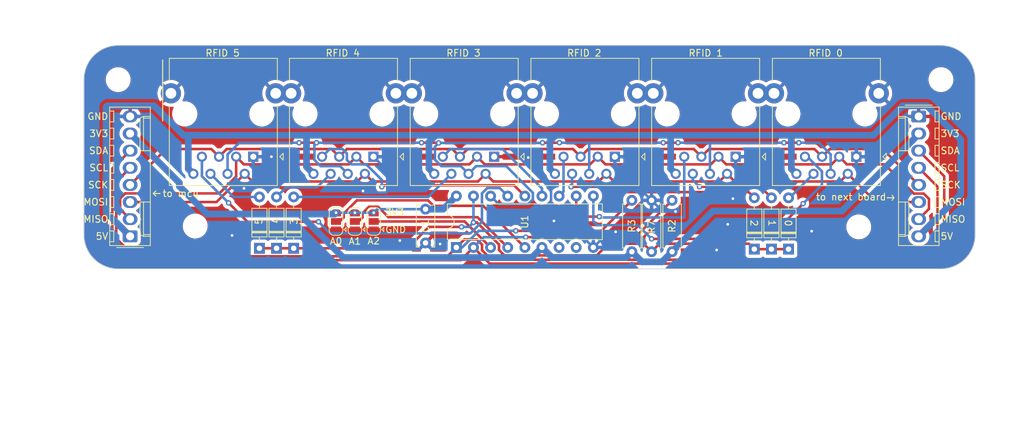
<source format=kicad_pcb>
(kicad_pcb (version 20221018) (generator pcbnew)
  (layers (0 "F.Cu" signal) (31 "B.Cu" signal) (34 "B.Paste" user) (35 "F.Paste" user) (36 "B.SilkS" user "B.Silkscreen") (37 "F.SilkS" user "F.Silkscreen") (38 "B.Mask" user) (39 "F.Mask" user) (44 "Edge.Cuts" user))
  (net 0 "")
  (net 1 "GND")
  (net 2 "3V3")
  (net 3 "BUSY")
  (net 4 "Net-(D1-A)")
  (net 5 "Net-(D2-A)")
  (net 6 "Net-(D3-A)")
  (net 7 "Net-(D4-A)")
  (net 8 "Net-(D5-A)")
  (net 9 "Net-(D6-A)")
  (net 10 "MOSI")
  (net 11 "MISO")
  (net 12 "RST")
  (net 13 "SCK")
  (net 14 "NSS1")
  (net 15 "5V")
  (net 16 "NSS2")
  (net 17 "NSS0")
  (net 18 "NSS3")
  (net 19 "NSS4")
  (net 20 "NSS5")
  (net 21 "SCL")
  (net 22 "SDA")
  (net 23 "Net-(JP1-C)")
  (net 24 "Net-(JP3-C)")
  (net 27 "Net-(JP2-C)")
  (footprint "Connector_RJ:RJ45_Ninigi_GE" (layer "F.Cu") (at 162.329 91.315 180)
    (fp_text reference "J2" hide)
    (fp_text value "RFID 2")
  )
  (footprint "MountingHole:MountingHole_3.2mm_M3" (layer "F.Cu") (at 198.501 101.727)
    (fp_text reference "H3" hide)
    (fp_text value "MountingHole")
  )
  (footprint "Connector_RJ:RJ45_Ninigi_GE" (layer "F.Cu") (at 126.515 91.315 180)
    (fp_text reference "J5" hide)
    (fp_text value "RFID 4")
  )
  (footprint "MountingHole:MountingHole_3.2mm_M3" (layer "F.Cu") (at 88.646 79.883)
    (fp_text reference "H1" hide)
    (fp_text value "MountingHole" hide)
  )
  (footprint "Jumper:SolderJumper-3_P1.3mm_Open_RoundedPad1.0x1.5mm" (layer "F.Cu") (at 120.961 100.922 90)
    (fp_text reference "JP1" hide)
    (fp_text value "A0")
  )
  (footprint "Package_DIP:DIP-18_W7.62mm" (layer "F.Cu") (at 138.811 104.775 90)
    (fp_text reference "U1")
    (fp_text value "MCP23008-xP")
  )
  (footprint "Diode_THT:D_DO-35_SOD27_P7.62mm_Horizontal" (layer "F.Cu") (at 114.681 104.902 90)
    (fp_text reference "D4" hide)
    (fp_text value "1N914")
  )
  (footprint "Connector_Molex:Molex_KK-254_AE-6410-08A_1x08_P2.54mm_Vertical" (layer "F.Cu") (at 207.391 85.344 -90)
    (fp_text reference "J8" hide)
    (fp_text value "to next board")
  )
  (footprint "Diode_THT:D_DO-35_SOD27_P7.62mm_Horizontal" (layer "F.Cu") (at 185.547 105.029 90)
    (fp_text reference "D1" hide)
    (fp_text value "1N914" hide)
  )
  (footprint "MountingHole:MountingHole_3.2mm_M3" (layer "F.Cu") (at 210.693 79.883)
    (fp_text reference "H2" hide)
    (fp_text value "MountingHole" hide)
  )
  (footprint "Resistor_THT:R_Axial_DIN0207_L6.3mm_D2.5mm_P7.62mm_Horizontal" (layer "F.Cu") (at 170.815 105.41 90)
    (fp_text reference "R2")
    (fp_text value "4.7k")
  )
  (footprint "Jumper:SolderJumper-3_P1.3mm_Open_RoundedPad1.0x1.5mm" (layer "F.Cu") (at 126.549 100.922 90)
    (fp_text reference "JP3" hide)
    (fp_text value "A2")
  )
  (footprint "Connector_RJ:RJ45_Ninigi_GE" (layer "F.Cu") (at 108.689 91.315 180)
    (fp_text reference "J6" hide)
    (fp_text value "RFID 5")
  )
  (footprint "Connector_RJ:RJ45_Ninigi_GE" (layer "F.Cu") (at 198.143 91.315 180)
    (fp_text reference "J3" hide)
    (fp_text value "RFID 0")
  )
  (footprint "Diode_THT:D_DO-35_SOD27_P7.62mm_Horizontal" (layer "F.Cu") (at 183.007 105.029 90)
    (fp_text reference "D2" hide)
    (fp_text value "1N914" hide)
  )
  (footprint "Capacitor_THT:C_Disc_D6.0mm_W2.5mm_P5.00mm" (layer "F.Cu") (at 134.239 104.1 90)
    (fp_text reference "C1")
    (fp_text value "100nf")
  )
  (footprint "Diode_THT:D_DO-35_SOD27_P7.62mm_Horizontal" (layer "F.Cu") (at 188.087 105.029 90)
    (fp_text reference "D3" hide)
    (fp_text value "1N914" hide)
  )
  (footprint "Connector_Molex:Molex_KK-254_AE-6410-08A_1x08_P2.54mm_Vertical" (layer "F.Cu") (at 90.424 103.124 90)
    (fp_text reference "J7" hide)
    (fp_text value "to mcu")
  )
  (footprint "Jumper:SolderJumper-3_P1.3mm_Open_RoundedPad1.0x1.5mm" (layer "F.Cu") (at 123.755 100.922 90)
    (fp_text reference "JP2" hide)
    (fp_text value "A1")
  )
  (footprint "Diode_THT:D_DO-35_SOD27_P7.62mm_Horizontal" (layer "F.Cu") (at 109.601 104.902 90)
    (fp_text reference "D6" hide)
    (fp_text value "1N914")
  )
  (footprint "Resistor_THT:R_Axial_DIN0207_L6.3mm_D2.5mm_P7.62mm_Horizontal" (layer "F.Cu") (at 164.846 105.41 90)
    (fp_text reference "R3")
    (fp_text value "4.7k")
  )
  (footprint "Resistor_THT:R_Axial_DIN0207_L6.3mm_D2.5mm_P7.62mm_Horizontal" (layer "F.Cu") (at 167.767 105.41 90)
    (fp_text reference "R7")
    (fp_text value "4.7k")
  )
  (footprint "Diode_THT:D_DO-35_SOD27_P7.62mm_Horizontal" (layer "F.Cu") (at 112.141 104.902 90)
    (fp_text reference "D5" hide)
    (fp_text value "1N914")
  )
  (footprint "Connector_RJ:RJ45_Ninigi_GE" (layer "F.Cu") (at 144.422 91.315 180)
    (fp_text reference "J4" hide)
    (fp_text value "RFID 3")
  )
  (footprint "MountingHole:MountingHole_3.2mm_M3" (layer "F.Cu") (at 100.076 101.6)
    (fp_text reference "H4" hide)
    (fp_text value "MountingHole" hide)
  )
  (footprint "Connector_RJ:RJ45_Ninigi_GE" (layer "F.Cu") (at 180.236 91.315 180)
    (fp_text reference "J1" hide)
    (fp_text value "RFID 1")
  )
  (gr_line (start 202.692 97.409) (end 203.708 97.409) (stroke (width 0.15)) (layer "F.SilkS"))
  (gr_line (start 94.869 96.774) (end 93.853 96.774) (stroke (width 0.15)) (layer "F.SilkS"))
  (gr_line (start 203.708 97.409) (end 203.454 97.028) (stroke (width 0.15)) (layer "F.SilkS"))
  (gr_line (start 93.853 96.774) (end 94.234 97.155) (stroke (width 0.15)) (layer "F.SilkS"))
  (gr_line (start 95.25 76.962) (end 95.25 86.0425) (stroke (width 0.15)) (layer "F.SilkS"))
  (gr_line (start 203.708 97.409) (end 203.454 97.79) (stroke (width 0.15)) (layer "F.SilkS"))
  (gr_line (start 93.853 96.774) (end 94.234 96.393) (stroke (width 0.15)) (layer "F.SilkS"))
  (gr_line (start 210.693 107.95) (end 88.646 107.95) (stroke (width 0.1)) (layer "Edge.Cuts"))
  (gr_line (start 83.566 79.883) (end 83.566 102.87) (stroke (width 0.1)) (layer "Edge.Cuts"))
  (gr_line (start 88.646 74.803) (end 210.693 74.803) (stroke (width 0.1)) (layer "Edge.Cuts"))
  (gr_line (start 215.773 79.883) (end 215.773 102.87) (stroke (width 0.1)) (layer "Edge.Cuts"))
  (gr_arc (start 210.693 74.803) (mid 214.285102 76.290898) (end 215.773 79.883) (stroke (width 0.1)) (layer "Edge.Cuts"))
  (gr_arc (start 83.566 79.883) (mid 85.053898 76.290898) (end 88.646 74.803) (stroke (width 0.1)) (layer "Edge.Cuts"))
  (gr_arc (start 88.646 107.95) (mid 85.053898 106.462102) (end 83.566 102.87) (stroke (width 0.1)) (layer "Edge.Cuts"))
  (gr_arc (start 215.773 102.87) (mid 214.285102 106.462102) (end 210.693 107.95) (stroke (width 0.1)) (layer "Edge.Cuts"))
  (gr_text "3V3" (at 210.566 87.884) (layer "F.SilkS") (effects (font (size 1 1)) (justify left)))
  (gr_text "5V" (at 87.249 103.124) (layer "F.SilkS") (effects (font (size 1 1)) (justify right)))
  (gr_text "MOSI" (at 87.249 98.044) (layer "F.SilkS") (effects (font (size 1 1)) (justify right)))
  (gr_text "3V3" (at 128.19 100.17) (layer "F.SilkS") (effects (font (size 1 1)) (justify left bottom)))
  (gr_text "MISO" (at 87.249 100.584) (layer "F.SilkS") (effects (font (size 1 1)) (justify right)))
  (gr_text "GND" (at 210.566 85.344) (layer "F.SilkS") (effects (font (size 1 1)) (justify left)))
  (gr_text "SDA" (at 87.249 90.424) (layer "F.SilkS") (effects (font (size 1 1)) (justify right)))
  (gr_text "5V" (at 210.566 103.124) (layer "F.SilkS") (effects (font (size 1 1)) (justify left)))
  (gr_text "5" (at 110.109 101.473 90) (layer "F.SilkS") (effects (font (size 1 1)) (justify left bottom)))
  (gr_text "GND" (at 87.249 85.344) (layer "F.SilkS") (effects (font (size 1 1)) (justify right)))
  (gr_text "4" (at 112.649 101.346 90) (layer "F.SilkS") (effects (font (size 1 1)) (justify left bottom)))
  (gr_text "SCK" (at 210.566 95.504) (layer "F.SilkS") (effects (font (size 1 1)) (justify left)))
  (gr_text "0" (at 187.452 100.584 -90) (layer "F.SilkS") (effects (font (size 1 1)) (justify left bottom)))
  (gr_text "1" (at 185.039 100.584 -90) (layer "F.SilkS") (effects (font (size 1 1)) (justify left bottom)))
  (gr_text "SCK" (at 87.249 95.504) (layer "F.SilkS") (effects (font (size 1 1)) (justify right)))
  (gr_text "GND" (at 128.19 102.71) (layer "F.SilkS") (effects (font (size 1 1)) (justify left bottom)))
  (gr_text "MISO" (at 210.566 100.584) (layer "F.SilkS") (effects (font (size 1 1)) (justify left)))
  (gr_text "SDA" (at 210.566 90.424) (layer "F.SilkS") (effects (font (size 1 1)) (justify left)))
  (gr_text "SCL" (at 87.249 92.964) (layer "F.SilkS") (effects (font (size 1 1)) (justify right)))
  (gr_text "2" (at 182.372 100.584 -90) (layer "F.SilkS") (effects (font (size 1 1)) (justify left bottom)))
  (gr_text "MOSI" (at 210.566 98.044) (layer "F.SilkS") (effects (font (size 1 1)) (justify left)))
  (gr_text "SCL" (at 210.566 92.964) (layer "F.SilkS") (effects (font (size 1 1)) (justify left)))
  (gr_text "3" (at 115.316 101.473 90) (layer "F.SilkS") (effects (font (size 1 1)) (justify left bottom)))
  (gr_text "3V3" (at 87.249 87.884) (layer "F.SilkS") (effects (font (size 1 1)) (justify right)))
  (segment (start 166.525379 97.79) (end 167.767 97.79) (width 0.375) (layer "F.Cu") (net 1))
  (segment (start 149.354 91.315) (end 149.479 91.44) (width 0.375) (layer "F.Cu") (net 1))
  (segment (start 162.433 101.882379) (end 166.525379 97.79) (width 0.375) (layer "F.Cu") (net 1))
  (segment (start 171.323 99.441) (end 173.228 97.536) (width 0.375) (layer "F.Cu") (net 1))
  (segment (start 144.422 91.315) (end 149.354 91.315) (width 0.375) (layer "F.Cu") (net 1))
  (segment (start 162.433 102.464) (end 162.433 101.882379) (width 0.375) (layer "F.Cu") (net 1))
  (segment (start 173.228 97.536) (end 179.832 97.536) (width 0.375) (layer "F.Cu") (net 1))
  (via (at 136.398 104.267) (size 0.8) (drill 0.4) (layers "F.Cu" "B.Cu") (net 1))
  (via (at 171.323 99.441) (size 0.8) (drill 0.4) (layers "F.Cu" "B.Cu") (net 1))
  (via (at 107.315 96.012) (size 0.8) (drill 0.4) (layers "F.Cu" "B.Cu") (net 1))
  (via (at 149.479 91.44) (size 0.8) (drill 0.4) (layers "F.Cu" "B.Cu") (net 1))
  (via (at 191.516 102.362) (size 0.8) (drill 0.4) (layers "F.Cu" "B.Cu") (net 1))
  (via (at 105.537 102.997) (size 0.8) (drill 0.4) (layers "F.Cu" "B.Cu") (net 1))
  (via (at 177.419 105.156) (size 0.8) (drill 0.4) (layers "F.Cu" "B.Cu") (net 1))
  (via (at 162.433 102.464) (size 0.8) (drill 0.4) (layers "F.Cu" "B.Cu") (net 1))
  (via (at 179.832 97.536) (size 0.8) (drill 0.4) (layers "F.Cu" "B.Cu") (net 1))
  (via (at 124.968 96.393) (size 0.8) (drill 0.4) (layers "F.Cu" "B.Cu") (net 1))
  (via (at 153.289 100.838) (size 0.8) (drill 0.4) (layers "F.Cu" "B.Cu") (net 1))
  (via (at 130.429 103.759) (size 0.8) (drill 0.4) (layers "F.Cu" "B.Cu") (net 1))
  (via (at 111.379 91.313) (size 0.8) (drill 0.4) (layers "F.Cu" "B.Cu") (net 1))
  (via (at 179.07 101.346) (size 0.8) (drill 0.4) (layers "F.Cu" "B.Cu") (net 1))
  (segment (start 152.8635 95.967501) (end 152.8635 98.5075) (width 0.375) (layer "B.Cu") (net 1))
  (segment (start 180.236 97.132) (end 180.236 91.315) (width 0.375) (layer "B.Cu") (net 1))
  (segment (start 162.329 92.352) (end 167.767 97.79) (width 0.375) (layer "B.Cu") (net 1))
  (segment (start 179.832 97.536) (end 180.236 97.132) (width 0.375) (layer "B.Cu") (net 1))
  (segment (start 128.5495 96.4875) (end 128.39 96.647) (width 0.375) (layer "B.Cu") (net 1))
  (segment (start 125.222 96.647) (end 124.968 96.393) (width 0.375) (layer "B.Cu") (net 1))
  (segment (start 108.689 94.638) (end 107.315 96.012) (width 0.375) (layer "B.Cu") (net 1))
  (segment (start 128.5495 93.3495) (end 128.5495 96.4875) (width 0.375) (layer "B.Cu") (net 1))
  (segment (start 126.515 91.315) (end 128.5495 93.3495) (width 0.375) (layer "B.Cu") (net 1))
  (segment (start 128.39 96.647) (end 125.222 96.647) (width 0.375) (layer "B.Cu") (net 1))
  (segment (start 162.329 91.315) (end 162.329 92.352) (width 0.375) (layer "B.Cu") (net 1))
  (segment (start 149.479 92.583001) (end 152.8635 95.967501) (width 0.375) (layer "B.Cu") (net 1))
  (segment (start 167.767 97.79) (end 169.418 99.441) (width 0.375) (layer "B.Cu") (net 1))
  (segment (start 149.479 91.44) (end 149.479 92.583001) (width 0.375) (layer "B.Cu") (net 1))
  (segment (start 108.689 91.315) (end 108.689 94.638) (width 0.375) (layer "B.Cu") (net 1))
  (segment (start 159.131 104.775) (end 161.442 102.464) (width 0.375) (layer "B.Cu") (net 1))
  (segment (start 152.8635 98.5075) (end 159.131 104.775) (width 0.375) (layer "B.Cu") (net 1))
  (segment (start 161.442 102.464) (end 162.433 102.464) (width 0.375) (layer "B.Cu") (net 1))
  (segment (start 169.418 99.441) (end 171.323 99.441) (width 0.375) (layer "B.Cu") (net 1))
  (via (at 123.755 99.622) (size 0.8) (drill 0.4) (layers "F.Cu" "B.Cu") (net 2))
  (via (at 120.961 99.622) (size 0.8) (drill 0.4) (layers "F.Cu" "B.Cu") (net 2))
  (via (at 126.549 99.622) (size 0.8) (drill 0.4) (layers "F.Cu" "B.Cu") (net 2))
  (segment (start 163.981 106.275) (end 164.846 105.41) (width 1) (layer "B.Cu") (net 2))
  (segment (start 97.726 95.186) (end 97.726 95.694) (width 1) (layer "B.Cu") (net 2))
  (segment (start 90.424 87.884) (end 97.726 95.186) (width 1) (layer "B.Cu") (net 2))
  (segment (start 150.011 106.275) (end 151.511 104.775) (width 1) (layer "B.Cu") (net 2))
  (segment (start 127.071 99.1) (end 126.549 99.622) (width 0.375) (layer "B.Cu") (net 2))
  (segment (start 195.992685 99.377) (end 207.391 87.978685) (width 1) (layer "B.Cu") (net 2))
  (segment (start 166.346 106.91) (end 169.315 106.91) (width 1) (layer "B.Cu") (net 2))
  (segment (start 123.755 99.622) (end 120.961 99.622) (width 0.375) (layer "B.Cu") (net 2))
  (segment (start 115.57 99.822) (end 122.023 106.275) (width 1) (layer "B.Cu") (net 2))
  (segment (start 153.011 106.275) (end 163.981 106.275) (width 1) (layer "B.Cu") (net 2))
  (segment (start 176.848 99.377) (end 195.992685 99.377) (width 1) (layer "B.Cu") (net 2))
  (segment (start 151.511 104.775) (end 153.011 106.275) (width 1) (layer "B.Cu") (net 2))
  (segment (start 207.391 87.978685) (end 207.391 87.884) (width 1) (layer "B.Cu") (net 2))
  (segment (start 136.866 99.1) (end 134.239 99.1) (width 1) (layer "B.Cu") (net 2))
  (segment (start 164.846 105.41) (end 166.346 106.91) (width 1) (layer "B.Cu") (net 2))
  (segment (start 120.761 99.822) (end 120.961 99.622) (width 1) (layer "B.Cu") (net 2))
  (segment (start 122.023 106.275) (end 150.011 106.275) (width 1) (layer "B.Cu") (net 2))
  (segment (start 169.315 106.91) (end 170.815 105.41) (width 1) (layer "B.Cu") (net 2))
  (segment (start 138.811 97.155) (end 136.866 99.1) (width 1) (layer "B.Cu") (net 2))
  (segment (start 97.726 95.694) (end 101.854 99.822) (width 1) (layer "B.Cu") (net 2))
  (segment (start 101.854 99.822) (end 115.57 99.822) (width 1) (layer "B.Cu") (net 2))
  (segment (start 115.57 99.822) (end 120.761 99.822) (width 1) (layer "B.Cu") (net 2))
  (segment (start 134.239 99.1) (end 127.071 99.1) (width 0.375) (layer "B.Cu") (net 2))
  (segment (start 126.549 99.622) (end 123.755 99.622) (width 0.375) (layer "B.Cu") (net 2))
  (segment (start 170.815 105.41) (end 176.848 99.377) (width 1) (layer "B.Cu") (net 2))
  (segment (start 114.681 104.902) (end 131.572 104.902) (width 0.375) (layer "F.Cu") (net 3))
  (segment (start 185.547 105.029) (end 183.007 105.029) (width 0.375) (layer "F.Cu") (net 3))
  (segment (start 141.869879 101.0745) (end 145.135414 104.340035) (width 0.375) (layer "F.Cu") (net 3))
  (segment (start 183.007 105.029) (end 182.2005 104.2225) (width 0.375) (layer "F.Cu") (net 3))
  (segment (start 182.2005 104.2225) (end 168.9545 104.2225) (width 0.375) (layer "F.Cu") (net 3))
  (segment (start 159.622879 105.9625) (end 161.362879 104.2225) (width 0.375) (layer "F.Cu") (net 3))
  (segment (start 145.135414 105.158793) (end 145.939121 105.9625) (width 0.375) (layer "F.Cu") (net 3))
  (segment (start 188.087 105.029) (end 185.547 105.029) (width 0.375) (layer "F.Cu") (net 3))
  (segment (start 166.5795 104.2225) (end 167.767 105.41) (width 0.375) (layer "F.Cu") (net 3))
  (segment (start 134.747 101.727) (end 139.573 101.727) (width 0.375) (layer "F.Cu") (net 3))
  (segment (start 168.9545 104.2225) (end 167.767 105.41) (width 0.375) (layer "F.Cu") (net 3))
  (segment (start 161.362879 104.2225) (end 166.5795 104.2225) (width 0.375) (layer "F.Cu") (net 3))
  (segment (start 109.601 104.902) (end 112.141 104.902) (width 0.375) (layer "F.Cu") (net 3))
  (segment (start 145.939121 105.9625) (end 159.622879 105.9625) (width 0.375) (layer "F.Cu") (net 3))
  (segment (start 141.351 101.0745) (end 141.869879 101.0745) (width 0.375) (layer "F.Cu") (net 3))
  (segment (start 145.135414 104.340035) (end 145.135414 105.158793) (width 0.375) (layer "F.Cu") (net 3))
  (segment (start 131.572 104.902) (end 134.747 101.727) (width 0.375) (layer "F.Cu") (net 3))
  (segment (start 112.141 104.902) (end 114.681 104.902) (width 0.375) (layer "F.Cu") (net 3))
  (via (at 141.351 101.0745) (size 0.8) (drill 0.4) (layers "F.Cu" "B.Cu") (net 3))
  (via (at 139.573 101.727) (size 0.8) (drill 0.4) (layers "F.Cu" "B.Cu") (net 3))
  (segment (start 139.573 101.727) (end 140.6985 101.727) (width 0.375) (layer "B.Cu") (net 3))
  (segment (start 141.351 101.0745) (end 141.351 97.155) (width 0.375) (layer "B.Cu") (net 3))
  (segment (start 140.6985 101.727) (end 141.351 101.0745) (width 0.375) (layer "B.Cu") (net 3))
  (segment (start 183.9175 95.7795) (end 185.547 97.409) (width 0.375) (layer "F.Cu") (net 4))
  (segment (start 174.879 95.7795) (end 183.9175 95.7795) (width 0.375) (layer "F.Cu") (net 4))
  (via (at 174.879 95.7795) (size 0.8) (drill 0.4) (layers "F.Cu" "B.Cu") (net 4))
  (segment (start 173.886 93.855) (end 173.886 94.7865) (width 0.375) (layer "B.Cu") (net 4))
  (segment (start 173.886 94.7865) (end 174.879 95.7795) (width 0.375) (layer "B.Cu") (net 4))
  (segment (start 182.165 96.567) (end 183.007 97.409) (width 0.375) (layer "F.Cu") (net 5))
  (segment (start 160.1255 95.7795) (end 160.913 96.567) (width 0.375) (layer "F.Cu") (net 5))
  (segment (start 160.913 96.567) (end 182.165 96.567) (width 0.375) (layer "F.Cu") (net 5))
  (segment (start 155.829 95.7795) (end 160.1255 95.7795) (width 0.375) (layer "F.Cu") (net 5))
  (via (at 155.829 95.7795) (size 0.8) (drill 0.4) (layers "F.Cu" "B.Cu") (net 5))
  (segment (start 155.979 95.6295) (end 155.829 95.7795) (width 0.375) (layer "B.Cu") (net 5))
  (segment (start 155.979 93.855) (end 155.979 95.6295) (width 0.375) (layer "B.Cu") (net 5))
  (segment (start 188.239 97.409) (end 191.793 93.855) (width 0.375) (layer "B.Cu") (net 6))
  (segment (start 188.087 97.409) (end 188.239 97.409) (width 0.375) (layer "B.Cu") (net 6))
  (segment (start 134.645 97.282) (end 114.681 97.282) (width 0.375) (layer "B.Cu") (net 7))
  (segment (start 138.072 93.855) (end 134.645 97.282) (width 0.375) (layer "B.Cu") (net 7))
  (segment (start 118.135 95.885) (end 120.165 93.855) (width 0.375) (layer "B.Cu") (net 8))
  (segment (start 112.141 97.282) (end 113.538 95.885) (width 0.375) (layer "B.Cu") (net 8))
  (segment (start 113.538 95.885) (end 118.135 95.885) (width 0.375) (layer "B.Cu") (net 8))
  (segment (start 109.601 97.282) (end 105.766 97.282) (width 0.375) (layer "B.Cu") (net 9))
  (segment (start 105.766 97.282) (end 102.339 93.855) (width 0.375) (layer "B.Cu") (net 9))
  (segment (start 103.23 98.044) (end 107.419 93.855) (width 0.375) (layer "F.Cu") (net 10))
  (segment (start 159.9215 94.9925) (end 161.059 93.855) (width 0.375) (layer "F.Cu") (net 10))
  (segment (start 125.245 93.855) (end 126.3825 94.9925) (width 0.375) (layer "F.Cu") (net 10))
  (segment (start 108.5565 94.9925) (end 124.1075 94.9925) (width 0.375) (layer "F.Cu") (net 10))
  (segment (start 162.1965 94.9925) (end 177.8285 94.9925) (width 0.375) (layer "F.Cu") (net 10))
  (segment (start 207.391 98.044) (end 201.062 98.044) (width 0.375) (layer "F.Cu") (net 10))
  (segment (start 177.8285 94.9925) (end 178.966 93.855) (width 0.375) (layer "F.Cu") (net 10))
  (segment (start 143.152 93.855) (end 144.2895 94.9925) (width 0.375) (layer "F.Cu") (net 10))
  (segment (start 178.966 93.855) (end 180.1035 94.9925) (width 0.375) (layer "F.Cu") (net 10))
  (segment (start 126.3825 94.9925) (end 142.0145 94.9925) (width 0.375) (layer "F.Cu") (net 10))
  (segment (start 90.424 98.044) (end 103.23 98.044) (width 0.375) (layer "F.Cu") (net 10))
  (segment (start 107.419 93.855) (end 108.5565 94.9925) (width 0.375) (layer "F.Cu") (net 10))
  (segment (start 142.0145 94.9925) (end 143.152 93.855) (width 0.375) (layer "F.Cu") (net 10))
  (segment (start 144.2895 94.9925) (end 159.9215 94.9925) (width 0.375) (layer "F.Cu") (net 10))
  (segment (start 201.062 98.044) (end 196.873 93.855) (width 0.375) (layer "F.Cu") (net 10))
  (segment (start 180.1035 94.9925) (end 195.7355 94.9925) (width 0.375) (layer "F.Cu") (net 10))
  (segment (start 195.7355 94.9925) (end 196.873 93.855) (width 0.375) (layer "F.Cu") (net 10))
  (segment (start 161.059 93.855) (end 162.1965 94.9925) (width 0.375) (layer "F.Cu") (net 10))
  (segment (start 124.1075 94.9925) (end 125.245 93.855) (width 0.375) (layer "F.Cu") (net 10))
  (segment (start 195.603 91.315) (end 196.7405 92.4525) (width 0.375) (layer "F.Cu") (net 11))
  (segment (start 206.670126 96.7865) (end 208.136874 96.7865) (width 0.375) (layer "F.Cu") (net 11))
  (segment (start 141.882 91.315) (end 143.0195 92.4525) (width 0.375) (layer "F.Cu") (net 11))
  (segment (start 125.1125 92.4525) (end 140.7445 92.4525) (width 0.375) (layer "F.Cu") (net 11))
  (segment (start 176.5585 92.4525) (end 177.696 91.315) (width 0.375) (layer "F.Cu") (net 11))
  (segment (start 160.9265 92.4525) (end 176.5585 92.4525) (width 0.375) (layer "F.Cu") (net 11))
  (segment (start 177.696 91.315) (end 178.8335 92.4525) (width 0.375) (layer "F.Cu") (net 11))
  (segment (start 178.8335 92.4525) (end 194.4655 92.4525) (width 0.375) (layer "F.Cu") (net 11))
  (segment (start 103.6445 96.7615) (end 106.149 94.257) (width 0.375) (layer "F.Cu") (net 11))
  (segment (start 202.336126 92.4525) (end 206.670126 96.7865) (width 0.375) (layer "F.Cu") (net 11))
  (segment (start 122.8375 92.4525) (end 123.975 91.315) (width 0.375) (layer "F.Cu") (net 11))
  (segment (start 89.690626 96.7615) (end 103.6445 96.7615) (width 0.375) (layer "F.Cu") (net 11))
  (segment (start 208.136874 96.7865) (end 208.915 97.564626) (width 0.375) (layer "F.Cu") (net 11))
  (segment (start 158.6515 92.4525) (end 159.789 91.315) (width 0.375) (layer "F.Cu") (net 11))
  (segment (start 159.789 91.315) (end 160.9265 92.4525) (width 0.375) (layer "F.Cu") (net 11))
  (segment (start 106.149 91.315) (end 107.2865 92.4525) (width 0.375) (layer "F.Cu") (net 11))
  (segment (start 107.2865 92.4525) (end 122.8375 92.4525) (width 0.375) (layer "F.Cu") (net 11))
  (segment (start 88.9415 97.510626) (end 89.690626 96.7615) (width 0.375) (layer "F.Cu") (net 11))
  (segment (start 194.4655 92.4525) (end 195.603 91.315) (width 0.375) (layer "F.Cu") (net 11))
  (segment (start 123.975 91.315) (end 125.1125 92.4525) (width 0.375) (layer "F.Cu") (net 11))
  (segment (start 106.149 94.257) (end 106.149 91.315) (width 0.375) (layer "F.Cu") (net 11))
  (segment (start 90.424 100.584) (end 88.9415 99.1015) (width 0.375) (layer "F.Cu") (net 11))
  (segment (start 208.915 97.564626) (end 208.915 99.06) (width 0.375) (layer "F.Cu") (net 11))
  (segment (start 208.915 99.06) (end 207.391 100.584) (width 0.375) (layer "F.Cu") (net 11))
  (segment (start 196.7405 92.4525) (end 202.336126 92.4525) (width 0.375) (layer "F.Cu") (net 11))
  (segment (start 140.7445 92.4525) (end 141.882 91.315) (width 0.375) (layer "F.Cu") (net 11))
  (segment (start 143.0195 92.4525) (end 158.6515 92.4525) (width 0.375) (layer "F.Cu") (net 11))
  (segment (start 88.9415 99.1015) (end 88.9415 97.510626) (width 0.375) (layer "F.Cu") (net 11))
  (segment (start 187.4035 89.2375) (end 189.611 89.2375) (width 0.375) (layer "F.Cu") (net 12))
  (segment (start 169.4965 89.2375) (end 171.6955 89.2375) (width 0.375) (layer "F.Cu") (net 12))
  (segment (start 154.104092 89.242097) (end 154.108689 89.2375) (width 0.375) (layer "F.Cu") (net 12))
  (segment (start 136.144 89.2375) (end 136.181214 89.274714) (width 0.375) (layer "F.Cu") (net 12))
  (segment (start 133.649 89.2375) (end 136.144 89.2375) (width 0.375) (layer "F.Cu") (net 12))
  (segment (start 115.4865 89.2375) (end 118.061965 89.2375) (width 0.375) (layer "F.Cu") (net 12))
  (segment (start 151.5895 89.242097) (end 154.104092 89.242097) (width 0.375) (layer "F.Cu") (net 12))
  (via (at 187.4035 89.2375) (size 0.8) (drill 0.4) (layers "F.Cu" "B.Cu") (net 12))
  (via (at 136.181214 89.274714) (size 0.8) (drill 0.4) (layers "F.Cu" "B.Cu") (net 12))
  (via (at 189.611 89.2375) (size 0.8) (drill 0.4) (layers "F.Cu" "B.Cu") (net 12))
  (via (at 169.4965 89.2375) (size 0.8) (drill 0.4) (layers "F.Cu" "B.Cu") (net 12))
  (via (at 118.061965 89.2375) (size 0.8) (drill 0.4) (layers "F.Cu" "B.Cu") (net 12))
  (via (at 154.108689 89.2375) (size 0.8) (drill 0.4) (layers "F.Cu" "B.Cu") (net 12))
  (via (at 133.649 89.2375) (size 0.8) (drill 0.4) (layers "F.Cu" "B.Cu") (net 12))
  (via (at 115.4865 89.2375) (size 0.8) (drill 0.4) (layers "F.Cu" "B.Cu") (net 12))
  (via (at 151.5895 89.242097) (size 0.8) (drill 0.4) (layers "F.Cu" "B.Cu") (net 12))
  (via (at 171.6955 89.2375) (size 0.8) (drill 0.4) (layers "F.Cu" "B.Cu") (net 12))
  (segment (start 136.181214 89.274714) (end 151.556883 89.274714) (width 0.375) (layer "B.Cu") (net 12))
  (segment (start 106.617832 89.2375) (end 104.879 90.976332) (width 0.375) (layer "B.Cu") (net 12))
  (segment (start 104.879 90.976332) (end 104.879 93.855) (width 0.375) (layer "B.Cu") (net 12))
  (segment (start 140.612 93.855) (end 139.4745 92.7175) (width 0.375) (layer "B.Cu") (net 12))
  (segment (start 135.636 91.757668) (end 135.636 89.819928) (width 0.375) (layer "B.Cu") (net 12))
  (segment (start 117.7575 89.541965) (end 118.061965 89.2375) (width 0.375) (layer "B.Cu") (net 12))
  (segment (start 176.426 93.855) (end 176.426 89.2605) (width 0.375) (layer "B.Cu") (net 12))
  (segment (start 118.061965 89.2375) (end 133.649 89.2375) (width 0.375) (layer "B.Cu") (net 12))
  (segment (start 141.7495 92.7175) (end 140.612 93.855) (width 0.375) (layer "B.Cu") (net 12))
  (segment (start 158.623 89.2375) (end 169.4965 89.2375) (width 0.375) (layer "B.Cu") (net 12))
  (segment (start 171.6955 89.2375) (end 176.403 89.2375) (width 0.375) (layer "B.Cu") (net 12))
  (segment (start 158.519 89.3415) (end 158.623 89.2375) (width 0.375) (layer "B.Cu") (net 12))
  (segment (start 145.0785 98.3425) (end 149.462879 98.3425) (width 0.375) (layer "B.Cu") (net 12))
  (segment (start 139.4745 92.7175) (end 136.595832 92.7175) (width 0.375) (layer "B.Cu") (net 12))
  (segment (start 176.403 89.2375) (end 186.1835 89.2375) (width 0.375) (layer "B.Cu") (net 12))
  (segment (start 194.333 90.976332) (end 194.333 93.855) (width 0.375) (layer "B.Cu") (net 12))
  (segment (start 176.426 89.2605) (end 176.403 89.2375) (width 0.375) (layer "B.Cu") (net 12))
  (segment (start 121.5675 92.7175) (end 118.688832 92.7175) (width 0.375) (layer "B.Cu") (net 12))
  (segment (start 154.108689 89.2375) (end 158.623 89.2375) (width 0.375) (layer "B.Cu") (net 12))
  (segment (start 136.595832 92.7175) (end 135.636 91.757668) (width 0.375) (layer "B.Cu") (net 12))
  (segment (start 117.7575 91.786168) (end 117.7575 89.541965) (width 0.375) (layer "B.Cu") (net 12))
  (segment (start 192.594168 89.2375) (end 194.333 90.976332) (width 0.375) (layer "B.Cu") (net 12))
  (segment (start 143.891 97.155) (end 145.0785 98.3425) (width 0.375) (layer "B.Cu") (net 12))
  (segment (start 186.1835 89.2375) (end 187.4035 89.2375) (width 0.375) (layer "B.Cu") (net 12))
  (segment (start 189.611 89.2375) (end 192.594168 89.2375) (width 0.375) (layer "B.Cu") (net 12))
  (segment (start 149.462879 98.3425) (end 150.1585 97.646879) (width 0.375) (layer "B.Cu") (net 12))
  (segment (start 150.1585 97.646879) (end 150.1585 96.663121) (width 0.375) (layer "B.Cu") (net 12))
  (segment (start 122.705 93.855) (end 121.5675 92.7175) (width 0.375) (layer "B.Cu") (net 12))
  (segment (start 118.688832 92.7175) (end 117.7575 91.786168) (width 0.375) (layer "B.Cu") (net 12))
  (segment (start 158.519 93.855) (end 158.519 89.3415) (width 0.375) (layer "B.Cu") (net 12))
  (segment (start 115.4865 89.2375) (end 106.617832 89.2375) (width 0.375) (layer "B.Cu") (net 12))
  (segment (start 146.212879 92.7175) (end 141.7495 92.7175) (width 0.375) (layer "B.Cu") (net 12))
  (segment (start 135.636 89.819928) (end 136.181214 89.274714) (width 0.375) (layer "B.Cu") (net 12))
  (segment (start 151.556883 89.274714) (end 151.5895 89.242097) (width 0.375) (layer "B.Cu") (net 12))
  (segment (start 150.1585 96.663121) (end 146.212879 92.7175) (width 0.375) (layer "B.Cu") (net 12))
  (segment (start 157.249 91.315) (end 156.1115 90.1775) (width 0.375) (layer "F.Cu") (net 13))
  (segment (start 102.4715 90.1775) (end 103.609 91.315) (width 0.375) (layer "F.Cu") (net 13))
  (segment (start 194.2005 90.1775) (end 193.063 91.315) (width 0.375) (layer "F.Cu") (net 13))
  (segment (start 207.391 95.504) (end 202.0645 90.1775) (width 0.375) (layer "F.Cu") (net 13))
  (segment (start 174.0185 90.1775) (end 158.3865 90.1775) (width 0.375) (layer "F.Cu") (net 13))
  (segment (start 95.7505 90.1775) (end 102.4715 90.1775) (width 0.375) (layer "F.Cu") (net 13))
  (segment (start 138.2045 90.1775) (end 122.5725 90.1775) (width 0.375) (layer "F.Cu") (net 13))
  (segment (start 122.5725 90.1775) (end 121.435 91.315) (width 0.375) (layer "F.Cu") (net 13))
  (segment (start 193.063 91.315) (end 191.9255 90.1775) (width 0.375) (layer "F.Cu") (net 13))
  (segment (start 120.2975 90.1775) (end 104.7465 90.1775) (width 0.375) (layer "F.Cu") (net 13))
  (segment (start 90.424 95.504) (end 95.7505 90.1775) (width 0.375) (layer "F.Cu") (net 13))
  (segment (start 176.2935 90.1775) (end 175.156 91.315) (width 0.375) (layer "F.Cu") (net 13))
  (segment (start 104.7465 90.1775) (end 103.609 91.315) (width 0.375) (layer "F.Cu") (net 13))
  (segment (start 191.9255 90.1775) (end 176.2935 90.1775) (width 0.375) (layer "F.Cu") (net 13))
  (segment (start 156.1115 90.1775) (end 140.4795 90.1775) (width 0.375) (layer "F.Cu") (net 13))
  (segment (start 175.156 91.315) (end 174.0185 90.1775) (width 0.375) (layer "F.Cu") (net 13))
  (segment (start 121.435 91.315) (end 120.2975 90.1775) (width 0.375) (layer "F.Cu") (net 13))
  (segment (start 202.0645 90.1775) (end 194.2005 90.1775) (width 0.375) (layer "F.Cu") (net 13))
  (segment (start 140.4795 90.1775) (end 139.342 91.315) (width 0.375) (layer "F.Cu") (net 13))
  (segment (start 139.342 91.315) (end 138.2045 90.1775) (width 0.375) (layer "F.Cu") (net 13))
  (segment (start 158.3865 90.1775) (end 157.249 91.315) (width 0.375) (layer "F.Cu") (net 13))
  (segment (start 156.845 100.203) (end 156.591 99.949) (width 0.375) (layer "F.Cu") (net 14))
  (segment (start 156.591 99.949) (end 156.591 97.155) (width 0.375) (layer "F.Cu") (net 14))
  (segment (start 160.02 100.203) (end 156.845 100.203) (width 0.375) (layer "F.Cu") (net 14))
  (via (at 160.02 100.203) (size 0.8) (drill 0.4) (layers "F.Cu" "B.Cu") (net 14))
  (segment (start 172.593 100.33) (end 160.147 100.33) (width 0.375) (layer "B.Cu") (net 14))
  (segment (start 172.616 100.307) (end 172.593 100.33) (width 0.375) (layer "B.Cu") (net 14))
  (segment (start 172.616 91.315) (end 172.616 100.307) (width 0.375) (layer "B.Cu") (net 14))
  (segment (start 160.147 100.33) (end 160.02 100.203) (width 0.375) (layer "B.Cu") (net 14))
  (segment (start 205.024 83.774) (end 208.629503 83.774) (width 1) (layer "B.Cu") (net 15))
  (segment (start 116.586 88.138) (end 116.586 92.816) (width 1) (layer "B.Cu") (net 15))
  (segment (start 86.868 83.947) (end 86.868 99.568) (width 1) (layer "B.Cu") (net 15))
  (segment (start 116.586 88.138) (end 117.475 88.138) (width 1) (layer "B.Cu") (net 15))
  (segment (start 116.586 92.816) (end 117.625 93.855) (width 1) (layer "B.Cu") (net 15))
  (segment (start 188.468 88.138) (end 200.66 88.138) (width 1) (layer "B.Cu") (net 15))
  (segment (start 170.561 88.138) (end 188.468 88.138) (width 1) (layer "B.Cu") (net 15))
  (segment (start 200.66 88.138) (end 205.024 83.774) (width 1) (layer "B.Cu") (net 15))
  (segment (start 213.614 88.758497) (end 213.614 96.901) (width 1) (layer "B.Cu") (net 15))
  (segment (start 135.763 88.138) (end 134.7485 89.1525) (width 1) (layer "B.Cu") (net 15))
  (segment (start 86.868 99.568) (end 90.424 103.124) (width 1) (layer "B.Cu") (net 15))
  (segment (start 208.629503 83.774) (end 213.614 88.758497) (width 1) (layer "B.Cu") (net 15))
  (segment (start 117.475 88.138) (end 135.763 88.138) (width 1) (layer "B.Cu") (net 15))
  (segment (start 93.979243 83.774) (end 87.041 83.774) (width 1) (layer "B.Cu") (net 15))
  (segment (start 99.049 93.105) (end 99.049 88.149) (width 1) (layer "B.Cu") (net 15))
  (segment (start 171.346 93.855) (end 170.596 93.105) (width 1) (layer "B.Cu") (net 15))
  (segment (start 98.343243 88.138) (end 93.979243 83.774) (width 1) (layer "B.Cu") (net 15))
  (segment (start 99.822 88.138) (end 98.343243 88.138) (width 1) (layer "B.Cu") (net 15))
  (segment (start 153.543 88.138) (end 170.561 88.138) (width 1) (layer "B.Cu") (net 15))
  (segment (start 153.439 93.855) (end 152.689 93.105) (width 1) (layer "B.Cu") (net 15))
  (segment (start 134.7485 89.1525) (end 134.7485 93.0715) (width 1) (layer "B.Cu") (net 15))
  (segment (start 170.596 93.105) (end 170.596 88.173) (width 1) (layer "B.Cu") (net 15))
  (segment (start 87.041 83.774) (end 86.868 83.947) (width 1) (layer "B.Cu") (net 15))
  (segment (start 152.689 88.992) (end 153.543 88.138) (width 1) (layer "B.Cu") (net 15))
  (segment (start 99.06 88.138) (end 99.822 88.138) (width 1) (layer "B.Cu") (net 15))
  (segment (start 188.503 93.105) (end 188.503 88.173) (width 1) (layer "B.Cu") (net 15))
  (segment (start 213.614 96.901) (end 207.391 103.124) (width 1) (layer "B.Cu") (net 15))
  (segment (start 99.049 88.149) (end 99.06 88.138) (width 1) (layer "B.Cu") (net 15))
  (segment (start 152.689 93.105) (end 152.689 88.992) (width 1) (layer "B.Cu") (net 15))
  (segment (start 189.253 93.855) (end 188.503 93.105) (width 1) (layer "B.Cu") (net 15))
  (segment (start 188.503 88.173) (end 188.468 88.138) (width 1) (layer "B.Cu") (net 15))
  (segment (start 99.799 93.855) (end 99.049 93.105) (width 1) (layer "B.Cu") (net 15))
  (segment (start 135.763 88.138) (end 153.543 88.138) (width 1) (layer "B.Cu") (net 15))
  (segment (start 134.7485 93.0715) (end 135.532 93.855) (width 1) (layer "B.Cu") (net 15))
  (segment (start 170.596 88.173) (end 170.561 88.138) (width 1) (layer "B.Cu") (net 15))
  (segment (start 99.822 88.138) (end 116.586 88.138) (width 1) (layer "B.Cu") (net 15))
  (segment (start 154.709 96.497) (end 154.709 91.315) (width 0.375) (layer "B.Cu") (net 16))
  (segment (start 154.051 97.155) (end 154.709 96.497) (width 0.375) (layer "B.Cu") (net 16))
  (segment (start 190.246 98.2775) (end 185.0185 103.505) (width 0.375) (layer "F.Cu") (net 17))
  (segment (start 185.0185 103.505) (end 167.767 103.505) (width 0.375) (layer "F.Cu") (net 17))
  (via (at 167.767 103.505) (size 0.8) (drill 0.4) (layers "F.Cu" "B.Cu") (net 17))
  (via (at 190.246 98.2775) (size 0.8) (drill 0.4) (layers "F.Cu" "B.Cu") (net 17))
  (segment (start 167.767 103.505) (end 165.735 101.473) (width 0.375) (layer "B.Cu") (net 17))
  (segment (start 190.861668 91.315) (end 193.04 93.493332) (width 0.375) (layer "B.Cu") (net 17))
  (segment (start 159.131 100.965) (end 159.131 97.155) (width 0.375) (layer "B.Cu") (net 17))
  (segment (start 165.735 101.473) (end 159.639 101.473) (width 0.375) (layer "B.Cu") (net 17))
  (segment (start 193.04 95.4835) (end 190.246 98.2775) (width 0.375) (layer "B.Cu") (net 17))
  (segment (start 159.639 101.473) (end 159.131 100.965) (width 0.375) (layer "B.Cu") (net 17))
  (segment (start 193.04 93.493332) (end 193.04 95.4835) (width 0.375) (layer "B.Cu") (net 17))
  (segment (start 190.523 91.315) (end 190.861668 91.315) (width 0.375) (layer "B.Cu") (net 17))
  (segment (start 137.9395 90.1775) (end 136.802 91.315) (width 0.375) (layer "B.Cu") (net 18))
  (segment (start 151.511 97.155) (end 151.511 96.02363) (width 0.375) (layer "B.Cu") (net 18))
  (segment (start 145.66487 90.1775) (end 137.9395 90.1775) (width 0.375) (layer "B.Cu") (net 18))
  (segment (start 151.511 96.02363) (end 145.66487 90.1775) (width 0.375) (layer "B.Cu") (net 18))
  (segment (start 147.3835 95.5675) (end 128.143 95.5675) (width 0.375) (layer "F.Cu") (net 19))
  (segment (start 148.971 97.155) (end 147.3835 95.5675) (width 0.375) (layer "F.Cu") (net 19))
  (segment (start 127.931 95.7795) (end 127.762 95.7795) (width 0.375) (layer "F.Cu") (net 19))
  (segment (start 128.143 95.5675) (end 127.931 95.7795) (width 0.375) (layer "F.Cu") (net 19))
  (via (at 127.762 95.7795) (size 0.8) (drill 0.4) (layers "F.Cu" "B.Cu") (net 19))
  (segment (start 122.5725 90.843832) (end 121.906168 90.1775) (width 0.375) (layer "B.Cu") (net 19))
  (segment (start 122.5725 91.786168) (end 122.5725 90.843832) (width 0.375) (layer "B.Cu") (net 19))
  (segment (start 127.762 94.763332) (end 125.451168 92.4525) (width 0.375) (layer "B.Cu") (net 19))
  (segment (start 121.906168 90.1775) (end 120.0325 90.1775) (width 0.375) (layer "B.Cu") (net 19))
  (segment (start 123.238832 92.4525) (end 122.5725 91.786168) (width 0.375) (layer "B.Cu") (net 19))
  (segment (start 127.762 95.7795) (end 127.762 94.763332) (width 0.375) (layer "B.Cu") (net 19))
  (segment (start 120.0325 90.1775) (end 118.895 91.315) (width 0.375) (layer "B.Cu") (net 19))
  (segment (start 125.451168 92.4525) (end 123.238832 92.4525) (width 0.375) (layer "B.Cu") (net 19))
  (segment (start 118.364 100.965) (end 107.823 100.965) (width 0.375) (layer "F.Cu") (net 20))
  (segment (start 107.823 100.965) (end 105.029 98.171) (width 0.375) (layer "F.Cu") (net 20))
  (via (at 105.029 98.171) (size 0.8) (drill 0.4) (layers "F.Cu" "B.Cu") (net 20))
  (via (at 118.364 100.965) (size 0.8) (drill 0.4) (layers "F.Cu" "B.Cu") (net 20))
  (segment (start 145.2435 95.9675) (end 143.399121 95.9675) (width 0.375) (layer "B.Cu") (net 20))
  (segment (start 143.399121 95.9675) (end 142.609494 96.757127) (width 0.375) (layer "B.Cu") (net 20))
  (segment (start 105.029 98.171) (end 101.069 94.211) (width 0.375) (layer "B.Cu") (net 20))
  (segment (start 140.899057 102.686943) (end 120.085943 102.686943) (width 0.375) (layer "B.Cu") (net 20))
  (segment (start 142.609494 96.757127) (end 142.609494 100.976506) (width 0.375) (layer "B.Cu") (net 20))
  (segment (start 101.069 94.211) (end 101.069 91.315) (width 0.375) (layer "B.Cu") (net 20))
  (segment (start 120.085943 102.686943) (end 118.364 100.965) (width 0.375) (layer "B.Cu") (net 20))
  (segment (start 146.431 97.155) (end 145.2435 95.9675) (width 0.375) (layer "B.Cu") (net 20))
  (segment (start 142.609494 100.976506) (end 140.899057 102.686943) (width 0.375) (layer "B.Cu") (net 20))
  (segment (start 88.3665 103.251) (end 88.3665 103.4795) (width 0.375) (layer "F.Cu") (net 21))
  (segment (start 160.322494 102.313506) (end 164.846 97.79) (width 0.375) (layer "F.Cu") (net 21))
  (segment (start 91.022939 106.0895) (end 137.4965 106.0895) (width 0.375) (layer "F.Cu") (net 21))
  (segment (start 210.185 104.394) (end 210.185 95.758) (width 0.375) (layer "F.Cu") (net 21))
  (segment (start 142.621 104.365621) (end 142.621 105.184379) (width 0.375) (layer "F.Cu") (net 21))
  (segment (start 142.621 105.184379) (end 144.034121 106.5975) (width 0.375) (layer "F.Cu") (net 21))
  (segment (start 210.185 95.758) (end 207.391 92.964) (width 0.375) (layer "F.Cu") (net 21))
  (segment (start 207.9815 106.5975) (end 210.185 104.394) (width 0.375) (layer "F.Cu") (net 21))
  (segment (start 139.9985 103.5875) (end 141.842879 103.5875) (width 0.375) (layer "F.Cu") (net 21))
  (segment (start 88.3665 103.251) (end 88.3665 103.433061) (width 0.375) (layer "F.Cu") (net 21))
  (segment (start 138.811 104.775) (end 139.9985 103.5875) (width 0.375) (layer "F.Cu") (net 21))
  (segment (start 137.4965 106.0895) (end 138.811 104.775) (width 0.375) (layer "F.Cu") (net 21))
  (segment (start 88.3665 103.433061) (end 91.022939 106.0895) (width 0.375) (layer "F.Cu") (net 21))
  (segment (start 88.3665 95.0215) (end 88.3665 103.251) (width 0.375) (layer "F.Cu") (net 21))
  (segment (start 144.034121 106.5975) (end 207.9815 106.5975) (width 0.375) (layer "F.Cu") (net 21))
  (segment (start 90.424 92.964) (end 88.3665 95.0215) (width 0.375) (layer "F.Cu") (net 21))
  (segment (start 141.842879 103.5875) (end 142.621 104.365621) (width 0.375) (layer "F.Cu") (net 21))
  (segment (start 147.622494 102.313506) (end 160.322494 102.313506) (width 0.375) (layer "F.Cu") (net 21))
  (via (at 147.622494 102.313506) (size 0.8) (drill 0.4) (layers "F.Cu" "B.Cu") (net 21))
  (segment (start 142.133115 102.313506) (end 147.622494 102.313506) (width 0.375) (layer "B.Cu") (net 21))
  (segment (start 141.576621 102.87) (end 139.671621 104.775) (width 0.375) (layer "B.Cu") (net 21))
  (segment (start 139.671621 104.775) (end 138.811 104.775) (width 0.375) (layer "B.Cu") (net 21))
  (segment (start 141.576621 102.87) (end 142.133115 102.313506) (width 0.375) (layer "B.Cu") (net 21))
  (segment (start 87.7915 93.0565) (end 90.424 90.424) (width 0.375) (layer "F.Cu") (net 22))
  (segment (start 90.738328 106.6645) (end 87.7915 103.717672) (width 0.375) (layer "F.Cu") (net 22))
  (segment (start 141.351 104.775) (end 139.4615 106.6645) (width 0.375) (layer "F.Cu") (net 22))
  (segment (start 165.354 103.251) (end 170.815 97.79) (width 0.375) (layer "F.Cu") (net 22))
  (segment (start 149.098 103.251) (end 165.354 103.251) (width 0.375) (layer "F.Cu") (net 22))
  (segment (start 208.235 107.1725) (end 143.7485 107.1725) (width 0.375) (layer "F.Cu") (net 22))
  (segment (start 139.4615 106.6645) (end 90.738328 106.6645) (width 0.375) (layer "F.Cu") (net 22))
  (segment (start 87.7915 103.717672) (end 87.7915 93.0565) (width 0.375) (layer "F.Cu") (net 22))
  (segment (start 211.181838 104.225662) (end 208.235 107.1725) (width 0.375) (layer "F.Cu") (net 22))
  (segment (start 211.181838 94.214838) (end 211.181838 104.225662) (width 0.375) (layer "F.Cu") (net 22))
  (segment (start 143.7485 107.1725) (end 141.351 104.775) (width 0.375) (layer "F.Cu") (net 22))
  (segment (start 207.391 90.424) (end 211.181838 94.214838) (width 0.375) (layer "F.Cu") (net 22))
  (via (at 149.098 103.251) (size 0.8) (drill 0.4) (layers "F.Cu" "B.Cu") (net 22))
  (segment (start 141.351 104.775) (end 142.875 103.251) (width 0.375) (layer "B.Cu") (net 22))
  (segment (start 142.875 103.251) (end 149.098 103.251) (width 0.375) (layer "B.Cu") (net 22))
  (segment (start 124.062 97.79) (end 122.0985 99.7535) (width 0.375) (layer "F.Cu") (net 23))
  (segment (start 122.0985 99.7535) (end 122.0985 100.332508) (width 0.375) (layer "F.Cu") (net 23))
  (segment (start 122.0985 100.332508) (end 121.509008 100.922) (width 0.375) (layer "F.Cu") (net 23))
  (segment (start 142.804121 98.608121) (end 135.4265 98.608121) (width 0.375) (layer "F.Cu") (net 23))
  (segment (start 135.4265 98.608121) (end 134.608379 97.79) (width 0.375) (layer "F.Cu") (net 23))
  (segment (start 121.509008 100.922) (end 120.961 100.922) (width 0.375) (layer "F.Cu") (net 23))
  (segment (start 148.971 104.775) (end 142.804121 98.608121) (width 0.375) (layer "F.Cu") (net 23))
  (segment (start 134.608379 97.79) (end 124.062 97.79) (width 0.375) (layer "F.Cu") (net 23))
  (segment (start 143.891 104.775) (end 140.038 100.922) (width 0.375) (layer "F.Cu") (net 24))
  (segment (start 140.038 100.922) (end 126.549 100.922) (width 0.375) (layer "F.Cu") (net 24))
  (segment (start 128.7395 100.2875) (end 127.1865 98.7345) (width 0.375) (layer "F.Cu") (net 27))
  (segment (start 124.8925 100.332508) (end 124.303008 100.922) (width 0.375) (layer "F.Cu") (net 27))
  (segment (start 141.9435 100.2875) (end 128.7395 100.2875) (width 0.375) (layer "F.Cu") (net 27))
  (segment (start 124.303008 100.922) (end 123.755 100.922) (width 0.375) (layer "F.Cu") (net 27))
  (segment (start 125.853 98.7345) (end 124.8925 99.695) (width 0.375) (layer "F.Cu") (net 27))
  (segment (start 127.1865 98.7345) (end 125.853 98.7345) (width 0.375) (layer "F.Cu") (net 27))
  (segment (start 146.431 104.775) (end 141.9435 100.2875) (width 0.375) (layer "F.Cu") (net 27))
  (segment (start 124.8925 99.695) (end 124.8925 100.332508) (width 0.375) (layer "F.Cu") (net 27))
  (zone (net 1) (net_name "GND") (layers "F&B.Cu") (connect_pads (clearance 0.5)) (min_thickness 0.25) (fill yes (thermal_gap 0.5) (thermal_bridge_width 0.5))
    (polygon (pts (xy 223.012 121.539) (xy 221.742 71.882) (xy 71.12 68.072) (xy 75.819 134.112)))
  )
)
</source>
